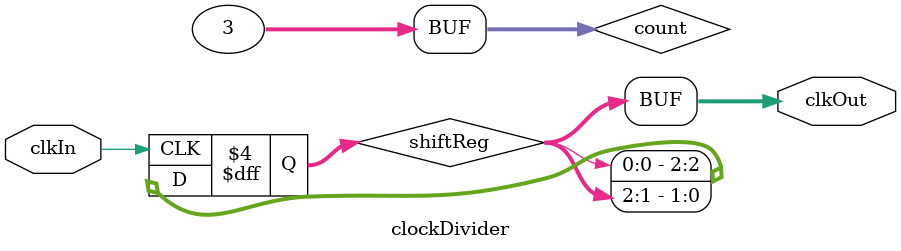
<source format=sv>
`timescale 1ns/1ps

/* 
 * Divides input clock of frequency of F in to N clocks of
 * frequency F/N, phase shifted by 2*pi/N rads.
 */
module clockDivider
  #(
    parameter DIVIDE_BY = 3
    )(
      input 			   clkIn,
      output reg [DIVIDE_BY - 1:0] clkOut
      );
   
   reg [DIVIDE_BY-1:0] 		   shiftReg;
   
   assign clkOut = shiftReg;
   
   integer 			   count;
   
   initial begin
       for (count = 0; count < DIVIDE_BY; count++) begin
	   shiftReg[count] = 0;
       end
       shiftReg[0] = 1'b1;
   end
   
   // Shift a register containing a single 1 to generate n clocks,
   // where n is the width of the shift registers
   always @(posedge clkIn) begin
       shiftReg <= {shiftReg[0], shiftReg[DIVIDE_BY-1:1]};
   end
   
endmodule // clockDivider

</source>
